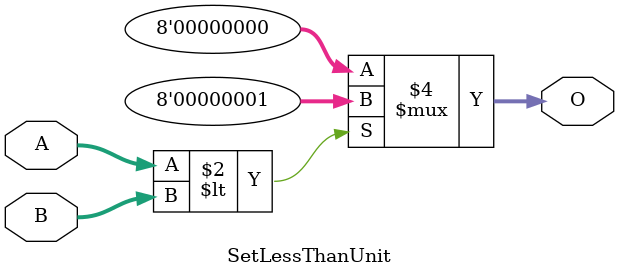
<source format=sv>
module SetLessThanUnit(
	input wire [7:0] A,B,
	output wire [7:0] O
);
	always_comb begin
        if (A < B) begin
            O = 8'b00000001;
        end else begin
            O = 8'b00000000;
        end
    end
endmodule
</source>
